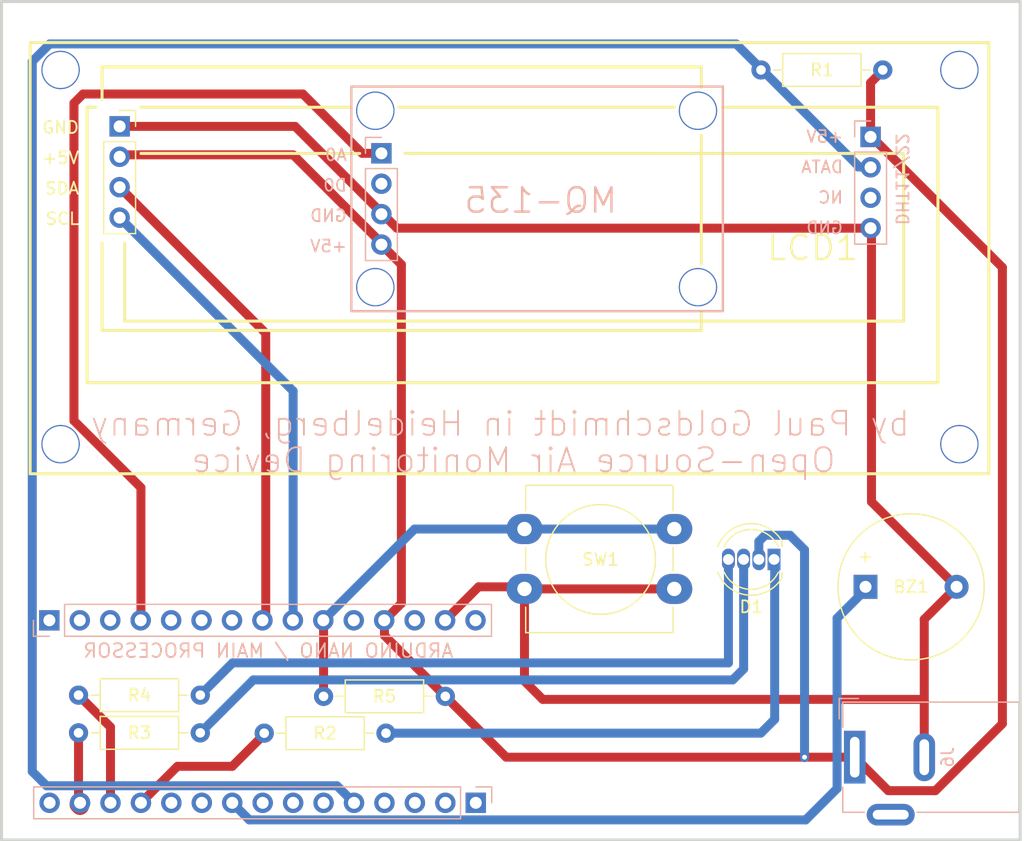
<source format=kicad_pcb>
(kicad_pcb (version 20221018) (generator pcbnew)
  (layers (0 "F.Cu" signal) (31 "B.Cu" signal) (34 "B.Paste" user) (35 "F.Paste" user) (36 "B.SilkS" user "B.Silkscreen") (37 "F.SilkS" user "F.Silkscreen") (38 "B.Mask" user) (39 "F.Mask" user) (44 "Edge.Cuts" user))
  (net 0 "")
  (net 1 "/DHT Data")
  (net 2 "/BUZZER+")
  (net 3 "/LED R")
  (net 4 "/LED B")
  (net 5 "/LED G")
  (net 6 "/A0 MQ-135")
  (net 7 "+5V")
  (net 8 "GND")
  (net 30 "/BTN")
  (net 31 "/LCD_SDA")
  (net 32 "/LCD_SCL")
  (net 33 "/RED")
  (net 34 "/GREEN")
  (net 35 "/BLUE")
  (footprint "Button_Switch_THT:SW_PUSH-12mm_Wuerth-430476085716" (layer "F.Cu") (at 131.064 107.442)
    (fp_text reference "SW1" (at 6.35 2.54) (layer "F.SilkS"))
    (fp_text value "SW_Pushbutton")
    (fp_line (start 0.1 -3.65) (end 12.4 -3.65) (stroke (width 0.12)) (layer "F.SilkS"))
    (fp_line (start 0.1 -1.53) (end 0.1 -3.65) (stroke (width 0.12)) (layer "F.SilkS"))
    (fp_line (start 0.1 3.47) (end 0.1 1.53) (stroke (width 0.12)) (layer "F.SilkS"))
    (fp_line (start 0.1 8.65) (end 0.1 6.53) (stroke (width 0.12)) (layer "F.SilkS"))
    (fp_line (start 12.4 -3.65) (end 12.4 -1.53) (stroke (width 0.12)) (layer "F.SilkS"))
    (fp_line (start 12.4 1.53) (end 12.4 3.47) (stroke (width 0.12)) (layer "F.SilkS"))
    (fp_line (start 12.4 6.53) (end 12.4 8.65) (stroke (width 0.12)) (layer "F.SilkS"))
    (fp_line (start 12.4 8.65) (end 0.1 8.65) (stroke (width 0.12)) (layer "F.SilkS"))
    (fp_circle (center 6.35 2.54) (end 10.92905 2.54) (stroke (width 0.12)) (fill none) (layer "F.SilkS"))
    (pad "1" thru_hole oval (at 0 0) (size 3 2.5) (drill 1.2) (layers "*.Cu" "*.Mask") (net 30 "/BTN"))
    (pad "1" thru_hole oval (at 12.5 0) (size 3 2.5) (drill 1.2) (layers "*.Cu" "*.Mask") (net 30 "/BTN"))
    (pad "2" thru_hole oval (at 0 5) (size 3 2.5) (drill 1.2) (layers "*.Cu" "*.Mask") (net 8 "GND"))
    (pad "2" thru_hole oval (at 12.5 5) (size 3 2.5) (drill 1.2) (layers "*.Cu" "*.Mask") (net 8 "GND"))
  )
  (footprint "Resistor_THT:R_Axial_DIN0207_L6.3mm_D2.5mm_P10.16mm_Horizontal" (layer "F.Cu") (at 160.96 69.1135 180)
    (fp_text reference "R1" (at 5.08 0) (layer "F.SilkS"))
    (fp_text value "10k")
    (fp_line (start 1.04 0) (end 1.81 0) (stroke (width 0.12)) (layer "F.SilkS"))
    (fp_line (start 1.81 -1.37) (end 1.81 1.37) (stroke (width 0.12)) (layer "F.SilkS"))
    (fp_line (start 1.81 1.37) (end 8.35 1.37) (stroke (width 0.12)) (layer "F.SilkS"))
    (fp_line (start 8.35 -1.37) (end 1.81 -1.37) (stroke (width 0.12)) (layer "F.SilkS"))
    (fp_line (start 8.35 1.37) (end 8.35 -1.37) (stroke (width 0.12)) (layer "F.SilkS"))
    (fp_line (start 9.12 0) (end 8.35 0) (stroke (width 0.12)) (layer "F.SilkS"))
    (pad "1" thru_hole circle (at 0 0 180) (size 1.6 1.6) (drill 0.8) (layers "*.Cu" "*.Mask") (net 7 "+5V"))
    (pad "2" thru_hole oval (at 10.16 0 180) (size 1.6 1.6) (drill 0.8) (layers "*.Cu" "*.Mask") (net 1 "/DHT Data"))
  )
  (footprint "Resistor_THT:R_Axial_DIN0207_L6.3mm_D2.5mm_P10.16mm_Horizontal" (layer "F.Cu") (at 109.347 124.4855)
    (fp_text reference "R2" (at 5.08 0) (layer "F.SilkS"))
    (fp_text value "180R")
    (fp_line (start 1.04 0) (end 1.81 0) (stroke (width 0.12)) (layer "F.SilkS"))
    (fp_line (start 1.81 -1.37) (end 1.81 1.37) (stroke (width 0.12)) (layer "F.SilkS"))
    (fp_line (start 1.81 1.37) (end 8.35 1.37) (stroke (width 0.12)) (layer "F.SilkS"))
    (fp_line (start 8.35 -1.37) (end 1.81 -1.37) (stroke (width 0.12)) (layer "F.SilkS"))
    (fp_line (start 8.35 1.37) (end 8.35 -1.37) (stroke (width 0.12)) (layer "F.SilkS"))
    (fp_line (start 9.12 0) (end 8.35 0) (stroke (width 0.12)) (layer "F.SilkS"))
    (pad "1" thru_hole circle (at 0 0) (size 1.6 1.6) (drill 0.8) (layers "*.Cu" "*.Mask") (net 3 "/LED R"))
    (pad "2" thru_hole oval (at 10.16 0) (size 1.6 1.6) (drill 0.8) (layers "*.Cu" "*.Mask") (net 33 "/RED"))
  )
  (footprint "Resistor_THT:R_Axial_DIN0207_L6.3mm_D2.5mm_P10.16mm_Horizontal" (layer "F.Cu") (at 93.853 121.3105)
    (fp_text reference "R4" (at 5.08 0) (layer "F.SilkS"))
    (fp_text value "120R")
    (fp_line (start 1.04 0) (end 1.81 0) (stroke (width 0.12)) (layer "F.SilkS"))
    (fp_line (start 1.81 -1.37) (end 1.81 1.37) (stroke (width 0.12)) (layer "F.SilkS"))
    (fp_line (start 1.81 1.37) (end 8.35 1.37) (stroke (width 0.12)) (layer "F.SilkS"))
    (fp_line (start 8.35 -1.37) (end 1.81 -1.37) (stroke (width 0.12)) (layer "F.SilkS"))
    (fp_line (start 8.35 1.37) (end 8.35 -1.37) (stroke (width 0.12)) (layer "F.SilkS"))
    (fp_line (start 9.12 0) (end 8.35 0) (stroke (width 0.12)) (layer "F.SilkS"))
    (pad "1" thru_hole circle (at 0 0) (size 1.6 1.6) (drill 0.8) (layers "*.Cu" "*.Mask") (net 4 "/LED B"))
    (pad "2" thru_hole oval (at 10.16 0) (size 1.6 1.6) (drill 0.8) (layers "*.Cu" "*.Mask") (net 35 "/BLUE"))
  )
  (footprint "Buzzer_Beeper:Buzzer_12x9.5RM7.6" (layer "F.Cu") (at 159.522 112.268)
    (fp_text reference "BZ1" (at 3.8 0) (layer "F.SilkS"))
    (fp_text value "Buzzer 5V")
    (fp_text user "+" (at -0.01 -2.54) (layer "F.SilkS"))
    (fp_circle (center 3.8 0) (end 9.9 0) (stroke (width 0.12)) (fill none) (layer "F.SilkS"))
    (pad "1" thru_hole rect (at 0 0) (size 2 2) (drill 1) (layers "*.Cu" "*.Mask") (net 2 "/BUZZER+"))
    (pad "2" thru_hole circle (at 7.6 0) (size 2 2) (drill 1) (layers "*.Cu" "*.Mask") (net 8 "GND"))
  )
  (footprint "easyeda:1602 LCD IIC" (layer "F.Cu") (at 89.8144 66.8274)
    (fp_text reference "U1" hide)
    (fp_text value "LCD1" (at 61.341 17.145) (layer "F.SilkS") (effects (font (size 2.032 2.032) (thickness 0.203)) (justify left)))
    (fp_line (start 0 0) (end 80 0) (stroke (width 0.254)) (layer "F.SilkS"))
    (fp_line (start 0 36) (end 0 0) (stroke (width 0.254)) (layer "F.SilkS"))
    (fp_line (start 4.751 5.399) (end 5.5 5.399) (stroke (width 0.254)) (layer "F.SilkS"))
    (fp_line (start 4.751 28.399) (end 4.751 5.399) (stroke (width 0.254)) (layer "F.SilkS"))
    (fp_line (start 6 2.032) (end 6 4.75) (stroke (width 0.254)) (layer "F.SilkS"))
    (fp_line (start 6 2.032) (end 56 2.032) (stroke (width 0.254)) (layer "F.SilkS"))
    (fp_line (start 6 24.032) (end 6 16.75) (stroke (width 0.254)) (layer "F.SilkS"))
    (fp_line (start 7.886 23.256) (end 7.886 16.75) (stroke (width 0.254)) (layer "F.SilkS"))
    (fp_line (start 26.75 5.399) (end 9.25 5.399) (stroke (width 0.254)) (layer "F.SilkS"))
    (fp_line (start 27.5 9.256) (end 9.25 9.256) (stroke (width 0.254)) (layer "F.SilkS"))
    (fp_line (start 31.25 9.25) (end 72.886 9.256) (stroke (width 0.254)) (layer "F.SilkS"))
    (fp_line (start 53.75 5.399) (end 30.75 5.399) (stroke (width 0.254)) (layer "F.SilkS"))
    (fp_line (start 56 3.75) (end 56 2.032) (stroke (width 0.254)) (layer "F.SilkS"))
    (fp_line (start 56 7.75) (end 56 18.5) (stroke (width 0.254)) (layer "F.SilkS"))
    (fp_line (start 56 24.032) (end 6 24.032) (stroke (width 0.254)) (layer "F.SilkS"))
    (fp_line (start 56 24.032) (end 56 22.5) (stroke (width 0.254)) (layer "F.SilkS"))
    (fp_line (start 57.75 5.399) (end 75.751 5.399) (stroke (width 0.254)) (layer "F.SilkS"))
    (fp_line (start 72.886 9.256) (end 72.886 23.256) (stroke (width 0.254)) (layer "F.SilkS"))
    (fp_line (start 72.886 23.256) (end 7.886 23.256) (stroke (width 0.254)) (layer "F.SilkS"))
    (fp_line (start 75.751 5.399) (end 75.751 28.399) (stroke (width 0.254)) (layer "F.SilkS"))
    (fp_line (start 75.751 28.399) (end 4.751 28.399) (stroke (width 0.254)) (layer "F.SilkS"))
    (fp_line (start 80 0) (end 80 36) (stroke (width 0.254)) (layer "F.SilkS"))
    (fp_line (start 80 36) (end 0 36) (stroke (width 0.254)) (layer "F.SilkS"))
    (pad "" thru_hole circle (at 2.54 2.286) (size 3.2 3.2) (drill 3) (layers "*.Cu" "*.Mask"))
    (pad "" thru_hole circle (at 2.54 33.528) (size 3.2 3.2) (drill 3) (layers "*.Cu" "*.Mask"))
    (pad "" thru_hole circle (at 77.54 2.286) (size 3.2 3.2) (drill 3) (layers "*.Cu" "*.Mask"))
    (pad "" thru_hole circle (at 77.54 33.528) (size 3.2 3.2) (drill 3) (layers "*.Cu" "*.Mask"))
  )
  (footprint "Resistor_THT:R_Axial_DIN0207_L6.3mm_D2.5mm_P10.16mm_Horizontal" (layer "F.Cu") (at 124.46 121.412 180)
    (fp_text reference "R5" (at 5.08 0) (layer "F.SilkS"))
    (fp_text value "10k")
    (fp_line (start 1.04 0) (end 1.81 0) (stroke (width 0.12)) (layer "F.SilkS"))
    (fp_line (start 1.81 -1.37) (end 1.81 1.37) (stroke (width 0.12)) (layer "F.SilkS"))
    (fp_line (start 1.81 1.37) (end 8.35 1.37) (stroke (width 0.12)) (layer "F.SilkS"))
    (fp_line (start 8.35 -1.37) (end 1.81 -1.37) (stroke (width 0.12)) (layer "F.SilkS"))
    (fp_line (start 8.35 1.37) (end 8.35 -1.37) (stroke (width 0.12)) (layer "F.SilkS"))
    (fp_line (start 9.12 0) (end 8.35 0) (stroke (width 0.12)) (layer "F.SilkS"))
    (pad "1" thru_hole circle (at 0 0 180) (size 1.6 1.6) (drill 0.8) (layers "*.Cu" "*.Mask") (net 7 "+5V"))
    (pad "2" thru_hole oval (at 10.16 0 180) (size 1.6 1.6) (drill 0.8) (layers "*.Cu" "*.Mask") (net 30 "/BTN"))
  )
  (footprint "Resistor_THT:R_Axial_DIN0207_L6.3mm_D2.5mm_P10.16mm_Horizontal" (layer "F.Cu") (at 93.853 124.46)
    (fp_text reference "R3" (at 5.08 0) (layer "F.SilkS"))
    (fp_text value "130R")
    (fp_line (start 1.04 0) (end 1.81 0) (stroke (width 0.12)) (layer "F.SilkS"))
    (fp_line (start 1.81 -1.37) (end 1.81 1.37) (stroke (width 0.12)) (layer "F.SilkS"))
    (fp_line (start 1.81 1.37) (end 8.35 1.37) (stroke (width 0.12)) (layer "F.SilkS"))
    (fp_line (start 8.35 -1.37) (end 1.81 -1.37) (stroke (width 0.12)) (layer "F.SilkS"))
    (fp_line (start 8.35 1.37) (end 8.35 -1.37) (stroke (width 0.12)) (layer "F.SilkS"))
    (fp_line (start 9.12 0) (end 8.35 0) (stroke (width 0.12)) (layer "F.SilkS"))
    (pad "1" thru_hole circle (at 0 0) (size 1.6 1.6) (drill 0.8) (layers "*.Cu" "*.Mask") (net 5 "/LED G"))
    (pad "2" thru_hole oval (at 10.16 0) (size 1.6 1.6) (drill 0.8) (layers "*.Cu" "*.Mask") (net 34 "/GREEN"))
  )
  (footprint "LED_THT:LED_D5.0mm-4_RGB" (layer "F.Cu") (at 151.89 109.98 180)
    (fp_text reference "D1" (at 1.905 -3.96) (layer "F.SilkS"))
    (fp_text value "LED_RAGB")
    (fp_line (start -0.655 -1.545) (end -0.655 -1.08) (stroke (width 0.12)) (layer "F.SilkS"))
    (fp_line (start -0.655 1.08) (end -0.655 1.545) (stroke (width 0.12)) (layer "F.SilkS"))
    (fp_arc (start -0.655 -1.54483) (mid 2.163456 -2.978809) (end 4.692815 -1.080827) (stroke (width 0.12)) (layer "F.SilkS"))
    (fp_arc (start -0.349684 -1.08) (mid 1.904762 -2.5) (end 4.159479 -1.080429) (stroke (width 0.12)) (layer "F.SilkS"))
    (fp_arc (start 4.159479 1.080429) (mid 1.904762 2.5) (end -0.349684 1.08) (stroke (width 0.12)) (layer "F.SilkS"))
    (fp_arc (start 4.692815 1.080827) (mid 2.163456 2.978808) (end -0.655 1.54483) (stroke (width 0.12)) (layer "F.SilkS"))
    (pad "1" thru_hole rect (at 0 0 180) (size 1.07 1.8) (drill 0.9) (layers "*.Cu" "*.Mask") (net 33 "/RED"))
    (pad "2" thru_hole oval (at 1.27 0 180) (size 1.07 1.8) (drill 0.9) (layers "*.Cu" "*.Mask") (net 7 "+5V"))
    (pad "3" thru_hole oval (at 2.54 0 180) (size 1.07 1.8) (drill 0.9) (layers "*.Cu" "*.Mask") (net 34 "/GREEN"))
    (pad "4" thru_hole oval (at 3.81 0 180) (size 1.07 1.8) (drill 0.9) (layers "*.Cu" "*.Mask") (net 35 "/BLUE"))
  )
  (footprint "easyeda:MQ-135" (layer "F.Cu") (at 118.618 87.249 -90)
    (fp_text reference "S1" hide)
    (fp_text value "MQ-135" (at -7.239 -20.32 180) (layer "B.SilkS") (effects (font (size 2.032 2.032) (thickness 0.203)) (justify left mirror)))
    (fp_rect (start -16.75 -29) (end 2 2) (stroke (width 0.2)) (fill none) (layer "B.SilkS"))
    (pad "" thru_hole circle (at -14.732 -26.924) (size 3.2 3.2) (drill 3) (layers "*.Cu" "*.Mask"))
    (pad "" thru_hole circle (at -14.732 0) (size 3.2 3.2) (drill 3) (layers "*.Cu" "*.Mask"))
    (pad "" thru_hole circle (at 0 -26.924) (size 3.2 3.2) (drill 3) (layers "*.Cu" "*.Mask"))
    (pad "" thru_hole circle (at 0 0) (size 3.2 3.2) (drill 3) (layers "*.Cu" "*.Mask"))
  )
  (footprint "Connector_PinSocket_2.54mm:PinSocket_1x04_P2.54mm_Vertical" (layer "F.Cu") (at 97.282 73.8224)
    (fp_text reference "J3" hide)
    (fp_text value "LCD Conn")
    (fp_line (start -1.33 1.27) (end -1.33 8.95) (stroke (width 0.12)) (layer "F.SilkS"))
    (fp_line (start -1.33 1.27) (end 1.33 1.27) (stroke (width 0.12)) (layer "F.SilkS"))
    (fp_line (start -1.33 8.95) (end 1.33 8.95) (stroke (width 0.12)) (layer "F.SilkS"))
    (fp_line (start 0 -1.33) (end 1.33 -1.33) (stroke (width 0.12)) (layer "F.SilkS"))
    (fp_line (start 1.33 -1.33) (end 1.33 0) (stroke (width 0.12)) (layer "F.SilkS"))
    (fp_line (start 1.33 1.27) (end 1.33 8.95) (stroke (width 0.12)) (layer "F.SilkS"))
    (pad "1" thru_hole rect (at 0 0) (size 1.7 1.7) (drill 1) (layers "*.Cu" "*.Mask") (net 8 "GND"))
    (pad "2" thru_hole oval (at 0 2.54) (size 1.7 1.7) (drill 1) (layers "*.Cu" "*.Mask") (net 7 "+5V"))
    (pad "3" thru_hole oval (at 0 5.08) (size 1.7 1.7) (drill 1) (layers "*.Cu" "*.Mask") (net 31 "/LCD_SDA"))
    (pad "4" thru_hole oval (at 0 7.62) (size 1.7 1.7) (drill 1) (layers "*.Cu" "*.Mask") (net 32 "/LCD_SCL"))
  )
  (footprint "Connector_PinSocket_2.54mm:PinSocket_1x04_P2.54mm_Vertical" (layer "B.Cu") (at 119.126 76.073 180)
    (fp_text reference "J2" hide)
    (fp_text value "MQ-135 Conn")
    (fp_line (start -1.33 -8.95) (end 1.33 -8.95) (stroke (width 0.12)) (layer "B.SilkS"))
    (fp_line (start -1.33 -1.27) (end -1.33 -8.95) (stroke (width 0.12)) (layer "B.SilkS"))
    (fp_line (start -1.33 -1.27) (end 1.33 -1.27) (stroke (width 0.12)) (layer "B.SilkS"))
    (fp_line (start 0 1.33) (end 1.33 1.33) (stroke (width 0.12)) (layer "B.SilkS"))
    (fp_line (start 1.33 -1.27) (end 1.33 -8.95) (stroke (width 0.12)) (layer "B.SilkS"))
    (fp_line (start 1.33 1.33) (end 1.33 0) (stroke (width 0.12)) (layer "B.SilkS"))
    (pad "1" thru_hole rect (at 0 0 180) (size 1.7 1.7) (drill 1) (layers "*.Cu" "*.Mask") (net 6 "/A0 MQ-135"))
    (pad "2" thru_hole oval (at 0 -2.54 180) (size 1.7 1.7) (drill 1) (layers "*.Cu" "*.Mask"))
    (pad "3" thru_hole oval (at 0 -5.08 180) (size 1.7 1.7) (drill 1) (layers "*.Cu" "*.Mask") (net 8 "GND"))
    (pad "4" thru_hole oval (at 0 -7.62 180) (size 1.7 1.7) (drill 1) (layers "*.Cu" "*.Mask") (net 7 "+5V"))
  )
  (footprint "Connector_BarrelJack:BarrelJack_Wuerth_6941xx301002" (layer "B.Cu") (at 158.623 126.492 -90)
    (fp_text reference "J6" (at 0 -7.747 90) (layer "B.SilkS") (effects (justify mirror)))
    (fp_text value "Barrel_Jack")
    (fp_line (start -4.9 1.3) (end -4.9 -0.3) (stroke (width 0.12)) (layer "B.SilkS"))
    (fp_line (start -4.6 -13.7) (end -4.6 1) (stroke (width 0.12)) (layer "B.SilkS"))
    (fp_line (start -4.6 1) (end -2.5 1) (stroke (width 0.12)) (layer "B.SilkS"))
    (fp_line (start -3.2 1.3) (end -4.9 1.3) (stroke (width 0.12)) (layer "B.SilkS"))
    (fp_line (start 2.5 1) (end 4.6 1) (stroke (width 0.12)) (layer "B.SilkS"))
    (fp_line (start 4.6 -13.7) (end -4.6 -13.7) (stroke (width 0.12)) (layer "B.SilkS"))
    (fp_line (start 4.6 -5.2) (end 4.6 -13.7) (stroke (width 0.12)) (layer "B.SilkS"))
    (fp_line (start 4.6 1) (end 4.6 -0.8) (stroke (width 0.12)) (layer "B.SilkS"))
    (pad "1" thru_hole rect (at 0 0 270) (size 4.4 1.8) (drill oval 3.4 0.8) (layers "*.Cu" "*.Mask") (net 7 "+5V"))
    (pad "2" thru_hole oval (at 0 -5.8 270) (size 4 1.8) (drill oval 3 0.8) (layers "*.Cu" "*.Mask") (net 8 "GND"))
    (pad "3" thru_hole oval (at 4.8 -3 180) (size 4 1.8) (drill oval 3 0.8) (layers "*.Cu" "*.Mask"))
  )
  (footprint "Connector_PinSocket_2.54mm:PinSocket_1x15_P2.54mm_Vertical" (layer "B.Cu") (at 91.4192 115.0616 -90)
    (fp_text reference "J4" hide)
    (fp_text value "Socket_Arduino16_30")
    (fp_line (start -1.33 -36.89) (end 1.33 -36.89) (stroke (width 0.12)) (layer "B.SilkS"))
    (fp_line (start -1.33 -1.27) (end -1.33 -36.89) (stroke (width 0.12)) (layer "B.SilkS"))
    (fp_line (start -1.33 -1.27) (end 1.33 -1.27) (stroke (width 0.12)) (layer "B.SilkS"))
    (fp_line (start 0 1.33) (end 1.33 1.33) (stroke (width 0.12)) (layer "B.SilkS"))
    (fp_line (start 1.33 -1.27) (end 1.33 -36.89) (stroke (width 0.12)) (layer "B.SilkS"))
    (fp_line (start 1.33 1.33) (end 1.33 0) (stroke (width 0.12)) (layer "B.SilkS"))
    (pad "1" thru_hole rect (at 0 0 270) (size 1.7 1.7) (drill 1) (layers "*.Cu" "*.Mask"))
    (pad "2" thru_hole oval (at 0 -2.54 270) (size 1.7 1.7) (drill 1) (layers "*.Cu" "*.Mask"))
    (pad "3" thru_hole oval (at 0 -5.08 270) (size 1.7 1.7) (drill 1) (layers "*.Cu" "*.Mask"))
    (pad "4" thru_hole oval (at 0 -7.62 270) (size 1.7 1.7) (drill 1) (layers "*.Cu" "*.Mask") (net 6 "/A0 MQ-135"))
    (pad "5" thru_hole oval (at 0 -10.16 270) (size 1.7 1.7) (drill 1) (layers "*.Cu" "*.Mask"))
    (pad "6" thru_hole oval (at 0 -12.7 270) (size 1.7 1.7) (drill 1) (layers "*.Cu" "*.Mask"))
    (pad "7" thru_hole oval (at 0 -15.24 270) (size 1.7 1.7) (drill 1) (layers "*.Cu" "*.Mask"))
    (pad "8" thru_hole oval (at 0 -17.78 270) (size 1.7 1.7) (drill 1) (layers "*.Cu" "*.Mask") (net 31 "/LCD_SDA"))
    (pad "9" thru_hole oval (at 0 -20.32 270) (size 1.7 1.7) (drill 1) (layers "*.Cu" "*.Mask") (net 32 "/LCD_SCL"))
    (pad "10" thru_hole oval (at 0 -22.86 270) (size 1.7 1.7) (drill 1) (layers "*.Cu" "*.Mask") (net 30 "/BTN"))
    (pad "11" thru_hole oval (at 0 -25.4 270) (size 1.7 1.7) (drill 1) (layers "*.Cu" "*.Mask"))
    (pad "12" thru_hole oval (at 0 -27.94 270) (size 1.7 1.7) (drill 1) (layers "*.Cu" "*.Mask") (net 7 "+5V"))
    (pad "13" thru_hole oval (at 0 -30.48 270) (size 1.7 1.7) (drill 1) (layers "*.Cu" "*.Mask"))
    (pad "14" thru_hole oval (at 0 -33.02 270) (size 1.7 1.7) (drill 1) (layers "*.Cu" "*.Mask") (net 8 "GND"))
    (pad "15" thru_hole oval (at 0 -35.56 270) (size 1.7 1.7) (drill 1) (layers "*.Cu" "*.Mask"))
  )
  (footprint "Connector_PinSocket_2.54mm:PinSocket_1x15_P2.54mm_Vertical" (layer "B.Cu") (at 127 130.302 90)
    (fp_text reference "J5" hide)
    (fp_text value "Socket_Arduino01_15")
    (fp_line (start -1.33 -36.89) (end 1.33 -36.89) (stroke (width 0.12)) (layer "B.SilkS"))
    (fp_line (start -1.33 -1.27) (end -1.33 -36.89) (stroke (width 0.12)) (layer "B.SilkS"))
    (fp_line (start -1.33 -1.27) (end 1.33 -1.27) (stroke (width 0.12)) (layer "B.SilkS"))
    (fp_line (start 0 1.33) (end 1.33 1.33) (stroke (width 0.12)) (layer "B.SilkS"))
    (fp_line (start 1.33 -1.27) (end 1.33 -36.89) (stroke (width 0.12)) (layer "B.SilkS"))
    (fp_line (start 1.33 1.33) (end 1.33 0) (stroke (width 0.12)) (layer "B.SilkS"))
    (pad "1" thru_hole rect (at 0 0 90) (size 1.7 1.7) (drill 1) (layers "*.Cu" "*.Mask"))
    (pad "2" thru_hole oval (at 0 -2.54 90) (size 1.7 1.7) (drill 1) (layers "*.Cu" "*.Mask"))
    (pad "3" thru_hole oval (at 0 -5.08 90) (size 1.7 1.7) (drill 1) (layers "*.Cu" "*.Mask"))
    (pad "4" thru_hole oval (at 0 -7.62 90) (size 1.7 1.7) (drill 1) (layers "*.Cu" "*.Mask"))
    (pad "5" thru_hole oval (at 0 -10.16 90) (size 1.7 1.7) (drill 1) (layers "*.Cu" "*.Mask") (net 1 "/DHT Data"))
    (pad "6" thru_hole oval (at 0 -12.7 90) (size 1.7 1.7) (drill 1) (layers "*.Cu" "*.Mask"))
    (pad "7" thru_hole oval (at 0 -15.24 90) (size 1.7 1.7) (drill 1) (layers "*.Cu" "*.Mask"))
    (pad "8" thru_hole oval (at 0 -17.78 90) (size 1.7 1.7) (drill 1) (layers "*.Cu" "*.Mask"))
    (pad "9" thru_hole oval (at 0 -20.32 90) (size 1.7 1.7) (drill 1) (layers "*.Cu" "*.Mask") (net 2 "/BUZZER+"))
    (pad "10" thru_hole oval (at 0 -22.86 90) (size 1.7 1.7) (drill 1) (layers "*.Cu" "*.Mask"))
    (pad "11" thru_hole oval (at 0 -25.4 90) (size 1.7 1.7) (drill 1) (layers "*.Cu" "*.Mask"))
    (pad "12" thru_hole oval (at 0 -27.94 90) (size 1.7 1.7) (drill 1) (layers "*.Cu" "*.Mask") (net 3 "/LED R"))
    (pad "13" thru_hole oval (at 0 -30.48 90) (size 1.7 1.7) (drill 1) (layers "*.Cu" "*.Mask") (net 4 "/LED B"))
    (pad "14" thru_hole oval (at 0 -33.02 90) (size 1.7 1.7) (drill 1) (layers "*.Cu" "*.Mask") (net 5 "/LED G"))
    (pad "15" thru_hole oval (at 0 -35.56 90) (size 1.7 1.7) (drill 1) (layers "*.Cu" "*.Mask"))
  )
  (footprint "Connector_PinSocket_2.54mm:PinSocket_1x04_P2.54mm_Vertical" (layer "B.Cu") (at 159.944 74.7015 180)
    (fp_text reference "J1" hide)
    (fp_text value "DHT11-Socket")
    (fp_line (start -1.33 -8.95) (end 1.33 -8.95) (stroke (width 0.12)) (layer "B.SilkS"))
    (fp_line (start -1.33 -1.27) (end -1.33 -8.95) (stroke (width 0.12)) (layer "B.SilkS"))
    (fp_line (start -1.33 -1.27) (end 1.33 -1.27) (stroke (width 0.12)) (layer "B.SilkS"))
    (fp_line (start 0 1.33) (end 1.33 1.33) (stroke (width 0.12)) (layer "B.SilkS"))
    (fp_line (start 1.33 -1.27) (end 1.33 -8.95) (stroke (width 0.12)) (layer "B.SilkS"))
    (fp_line (start 1.33 1.33) (end 1.33 0) (stroke (width 0.12)) (layer "B.SilkS"))
    (pad "1" thru_hole rect (at 0 0 180) (size 1.7 1.7) (drill 1) (layers "*.Cu" "*.Mask") (net 7 "+5V"))
    (pad "2" thru_hole oval (at 0 -2.54 180) (size 1.7 1.7) (drill 1) (layers "*.Cu" "*.Mask") (net 1 "/DHT Data"))
    (pad "3" thru_hole oval (at 0 -5.08 180) (size 1.7 1.7) (drill 1) (layers "*.Cu" "*.Mask"))
    (pad "4" thru_hole oval (at 0 -7.62 180) (size 1.7 1.7) (drill 1) (layers "*.Cu" "*.Mask") (net 8 "GND"))
  )
  (gr_line (start 172.427 63.3985) (end 172.427 133.3985) (stroke (width 0.254)) (layer "Edge.Cuts"))
  (gr_line (start 87.427 63.3985) (end 172.427 63.3985) (stroke (width 0.254)) (layer "Edge.Cuts"))
  (gr_line (start 87.427 133.3985) (end 87.427 63.3985) (stroke (width 0.254)) (layer "Edge.Cuts"))
  (gr_line (start 172.427 133.3985) (end 87.427 133.3985) (stroke (width 0.254)) (layer "Edge.Cuts"))
  (gr_text "NC" (at 157.734 79.756) (layer "B.SilkS") (effects (font (size 1 1)) (justify left mirror)))
  (gr_text "DATA" (at 157.734 77.216) (layer "B.SilkS") (effects (font (size 1 1)) (justify left mirror)))
  (gr_text "A0" (at 116.332 76.2) (layer "B.SilkS") (effects (font (size 1 1)) (justify left mirror)))
  (gr_text "GND" (at 116.332 81.28) (layer "B.SilkS") (effects (font (size 1 1)) (justify left mirror)))
  (gr_text "Open-Source Air Monitoring Device" (at 157.1498 101.7016) (layer "B.SilkS") (effects (font (size 2 2) (thickness 0.152)) (justify left mirror)))
  (gr_text "ARDUINO NANO / MAIN PROCESSOR" (at 125.222 117.602) (layer "B.SilkS") (effects (font (size 1.143 1.143) (thickness 0.152)) (justify left mirror)))
  (gr_text "D0" (at 116.332 78.74) (layer "B.SilkS") (effects (font (size 1 1)) (justify left mirror)))
  (gr_text "GND" (at 157.734 82.296) (layer "B.SilkS") (effects (font (size 1 1)) (justify left mirror)))
  (gr_text "DHT11/22" (at 162.56 78.232 270) (layer "B.SilkS") (effects (font (size 1 1)) (justify mirror)))
  (gr_text "+5V" (at 157.734 74.676) (layer "B.SilkS") (effects (font (size 1 1)) (justify left mirror)))
  (gr_text "by Paul Goldschmidt in Heidelberg, Germany" (at 163.3318 98.6536) (layer "B.SilkS") (effects (font (size 2 2) (thickness 0.152)) (justify left mirror)))
  (gr_text "+5V" (at 116.332 83.82) (layer "B.SilkS") (effects (font (size 1 1)) (justify left mirror)))
  (gr_text "+5V" (at 93.98 76.454) (layer "F.SilkS") (effects (font (size 1 1)) (justify right)))
  (gr_text "SDA" (at 93.98 78.994) (layer "F.SilkS") (effects (font (size 1 1)) (justify right)))
  (gr_text "SCL" (at 93.98 81.534) (layer "F.SilkS") (effects (font (size 1 1)) (justify right)))
  (gr_text "GND" (at 93.98 73.914) (layer "F.SilkS") (effects (font (size 1 1)) (justify right)))
  (segment (start 91.186 128.877) (end 89.9942 127.6852) (width 0.75) (layer "B.Cu") (net 1))
  (segment (start 91.453485 66.9384) (end 148.7264 66.9384) (width 0.75) (layer "B.Cu") (net 1))
  (segment (start 150.876 69.088) (end 158.9785 77.1905) (width 0.75) (layer "B.Cu") (net 1))
  (segment (start 89.9942 127.6852) (end 89.9942 68.397685) (width 0.75) (layer "B.Cu") (net 1))
  (segment (start 116.84 130.302) (end 115.415 128.877) (width 0.75) (layer "B.Cu") (net 1))
  (segment (start 158.9025 77.216) (end 160.02 77.216) (width 0.75) (layer "B.Cu") (net 1))
  (segment (start 115.415 128.877) (end 91.186 128.877) (width 0.75) (layer "B.Cu") (net 1))
  (segment (start 89.9942 68.397685) (end 91.453485 66.9384) (width 0.75) (layer "B.Cu") (net 1))
  (segment (start 148.7264 66.9384) (end 150.876 69.088) (width 0.75) (layer "B.Cu") (net 1))
  (segment (start 106.68 130.302) (end 108.105 131.727) (width 0.75) (layer "B.Cu") (net 2))
  (segment (start 154.531 131.727) (end 157.148 129.11) (width 0.75) (layer "B.Cu") (net 2))
  (segment (start 157.148 129.11) (end 157.148 114.886) (width 0.75) (layer "B.Cu") (net 2))
  (segment (start 108.105 131.727) (end 154.531 131.727) (width 0.75) (layer "B.Cu") (net 2))
  (segment (start 157.148 114.886) (end 159.766 112.268) (width 0.75) (layer "B.Cu") (net 2))
  (segment (start 99.06 130.302) (end 102.108 127.254) (width 0.75) (layer "F.Cu") (net 3))
  (segment (start 106.68 127.254) (end 109.474 124.46) (width 0.75) (layer "F.Cu") (net 3))
  (segment (start 102.108 127.254) (end 106.68 127.254) (width 0.75) (layer "F.Cu") (net 3))
  (segment (start 96.52 123.9775) (end 96.52 130.302) (width 0.75) (layer "F.Cu") (net 4))
  (segment (start 93.853 121.3105) (end 96.52 123.9775) (width 0.75) (layer "F.Cu") (net 4))
  (segment (start 93.853 130.429) (end 93.98 130.556) (width 1.5) (layer "F.Cu") (net 5))
  (segment (start 93.853 130.175) (end 93.98 130.302) (width 0.75) (layer "F.Cu") (net 5))
  (segment (start 94.234 124.206) (end 94.234 124.46) (width 0.25) (layer "F.Cu") (net 5))
  (segment (start 93.98 130.556) (end 93.98 130.302) (width 1.5) (layer "F.Cu") (net 5))
  (segment (start 93.98 124.46) (end 94.234 124.206) (width 0.25) (layer "F.Cu") (net 5))
  (segment (start 93.853 124.46) (end 93.853 130.175) (width 0.75) (layer "F.Cu") (net 5))
  (segment (start 117.526 76.073) (end 112.573 71.12) (width 0.75) (layer "F.Cu") (net 6))
  (segment (start 93.472 71.882) (end 93.472 98.397085) (width 0.75) (layer "F.Cu") (net 6))
  (segment (start 112.573 71.12) (end 94.234 71.12) (width 0.75) (layer "F.Cu") (net 6))
  (segment (start 99.06 103.985085) (end 99.06 115.062) (width 0.75) (layer "F.Cu") (net 6))
  (segment (start 93.472 98.397085) (end 99.06 103.985085) (width 0.75) (layer "F.Cu") (net 6))
  (segment (start 94.234 71.12) (end 93.472 71.882) (width 0.75) (layer "F.Cu") (net 6))
  (segment (start 119.126 76.073) (end 117.526 76.073) (width 0.75) (layer "F.Cu") (net 6))
  (segment (start 124.46 121.412) (end 119.38 116.332) (width 0.75) (layer "F.Cu") (net 7))
  (segment (start 159.944 74.7015) (end 159.944 70.18) (width 0.75) (layer "F.Cu") (net 7))
  (segment (start 120.793 113.649) (end 119.634 114.808) (width 0.75) (layer "F.Cu") (net 7))
  (segment (start 119.126 83.566) (end 111.76 76.2) (width 0.75) (layer "F.Cu") (net 7))
  (segment (start 160.02 74.676) (end 170.942 85.598) (width 0.75) (layer "F.Cu") (net 7))
  (segment (start 129.54 126.492) (end 124.46 121.412) (width 0.75) (layer "F.Cu") (net 7))
  (segment (start 161.417 129.286) (end 158.623 126.492) (width 0.75) (layer "F.Cu") (net 7))
  (segment (start 170.942 85.598) (end 170.942 123.698) (width 0.75) (layer "F.Cu") (net 7))
  (segment (start 111.76 76.2) (end 97.282 76.2) (width 0.75) (layer "F.Cu") (net 7))
  (segment (start 165.354 129.286) (end 161.417 129.286) (width 0.75) (layer "F.Cu") (net 7))
  (segment (start 159.944 70.18) (end 161.036 69.088) (width 0.75) (layer "F.Cu") (net 7))
  (segment (start 119.126 83.693) (end 120.793 85.36) (width 0.75) (layer "F.Cu") (net 7))
  (segment (start 119.38 116.332) (end 119.38 115.316) (width 0.75) (layer "F.Cu") (net 7))
  (segment (start 120.793 85.36) (end 120.793 113.649) (width 0.75) (layer "F.Cu") (net 7))
  (segment (start 158.623 126.492) (end 129.54 126.492) (width 0.75) (layer "F.Cu") (net 7))
  (segment (start 170.942 123.698) (end 165.354 129.286) (width 0.75) (layer "F.Cu") (net 7))
  (via (at 154.432 126.492) (size 0.8) (drill 0.4) (layers "F.Cu" "B.Cu") (net 7))
  (segment (start 150.62 109.98) (end 150.62 108.48) (width 0.75) (layer "B.Cu") (net 7))
  (segment (start 150.62 108.48) (end 151.14 107.96) (width 0.75) (layer "B.Cu") (net 7))
  (segment (start 151.14 107.96) (end 153.22 107.96) (width 0.75) (layer "B.Cu") (net 7))
  (segment (start 153.22 107.96) (end 154.432 109.172) (width 0.75) (layer "B.Cu") (net 7))
  (segment (start 154.432 109.172) (end 154.432 126.492) (width 0.75) (layer "B.Cu") (net 7))
  (segment (start 167.122 112.268) (end 160.02 105.166) (width 0.75) (layer "F.Cu") (net 8))
  (segment (start 131.144 112.442) (end 131.064 112.522) (width 0.75) (layer "F.Cu") (net 8))
  (segment (start 131.064 120.142) (end 132.588 121.666) (width 0.75) (layer "F.Cu") (net 8))
  (segment (start 124.4392 115.0616) (end 127.2328 112.268) (width 0.75) (layer "F.Cu") (net 8))
  (segment (start 111.9224 73.8224) (end 120.4215 82.3215) (width 0.75) (layer "F.Cu") (net 8))
  (segment (start 164.254 121.666) (end 164.423 121.835) (width 0.75) (layer "F.Cu") (net 8))
  (segment (start 143.564 112.442) (end 131.144 112.442) (width 0.75) (layer "F.Cu") (net 8))
  (segment (start 119.259 81.0515) (end 119.132 81.1785) (width 0.75) (layer "F.Cu") (net 8))
  (segment (start 160.02 105.166) (end 160.02 82.296) (width 0.75) (layer "F.Cu") (net 8))
  (segment (start 132.588 121.666) (end 164.254 121.666) (width 0.75) (layer "F.Cu") (net 8))
  (segment (start 120.4215 82.3215) (end 159.944 82.3215) (width 0.75) (layer "F.Cu") (net 8))
  (segment (start 131.064 112.442) (end 131.064 120.142) (width 0.75) (layer "F.Cu") (net 8))
  (segment (start 127.2328 112.268) (end 131.064 112.268) (width 0.75) (layer "F.Cu") (net 8))
  (segment (start 164.423 121.835) (end 164.423 114.977) (width 0.75) (layer "F.Cu") (net 8))
  (segment (start 164.423 126.492) (end 164.423 121.835) (width 0.75) (layer "F.Cu") (net 8))
  (segment (start 97.282 73.8224) (end 111.9224 73.8224) (width 0.75) (layer "F.Cu") (net 8))
  (segment (start 164.423 114.977) (end 167.132 112.268) (width 0.75) (layer "F.Cu") (net 8))
  (segment (start 114.3 121.412) (end 114.3 115.062) (width 0.75) (layer "F.Cu") (net 30))
  (segment (start 121.8988 107.442) (end 131.064 107.442) (width 0.75) (layer "B.Cu") (net 30))
  (segment (start 114.2792 115.0616) (end 121.8988 107.442) (width 0.75) (layer "B.Cu") (net 30))
  (segment (start 143.564 107.442) (end 131.064 107.442) (width 0.75) (layer "B.Cu") (net 30))
  (segment (start 109.474 114.808) (end 109.22 115.062) (width 0.75) (layer "F.Cu") (net 31))
  (segment (start 109.474 91.0944) (end 109.474 114.808) (width 0.75) (layer "F.Cu") (net 31))
  (segment (start 97.282 78.9024) (end 109.474 91.0944) (width 0.75) (layer "F.Cu") (net 31))
  (segment (start 97.282 81.4424) (end 111.76 95.9204) (width 0.75) (layer "B.Cu") (net 32))
  (segment (start 111.76 95.9204) (end 111.76 115.062) (width 0.75) (layer "B.Cu") (net 32))
  (segment (start 150.7845 124.4855) (end 151.94 123.33) (width 0.75) (layer "B.Cu") (net 33))
  (segment (start 151.94 123.33) (end 151.94 110) (width 0.75) (layer "B.Cu") (net 33))
  (segment (start 119.507 124.4855) (end 150.7845 124.4855) (width 0.75) (layer "B.Cu") (net 33))
  (segment (start 148.441 120.037) (end 108.436 120.037) (width 0.75) (layer "B.Cu") (net 34))
  (segment (start 108.436 120.037) (end 104.013 124.46) (width 0.75) (layer "B.Cu") (net 34))
  (segment (start 149.35 109.98) (end 149.35 119.128) (width 0.75) (layer "B.Cu") (net 34))
  (segment (start 149.35 119.128) (end 148.441 120.037) (width 0.75) (layer "B.Cu") (net 34))
  (segment (start 148.082 118.618) (end 148.082 110.078) (width 0.75) (layer "B.Cu") (net 35))
  (segment (start 106.7055 118.618) (end 148.082 118.618) (width 0.75) (layer "B.Cu") (net 35))
  (segment (start 148.082 110.078) (end 148.13 110.03) (width 0.75) (layer "B.Cu") (net 35))
  (segment (start 104.013 121.3105) (end 106.7055 118.618) (width 0.75) (layer "B.Cu") (net 35))
)
</source>
